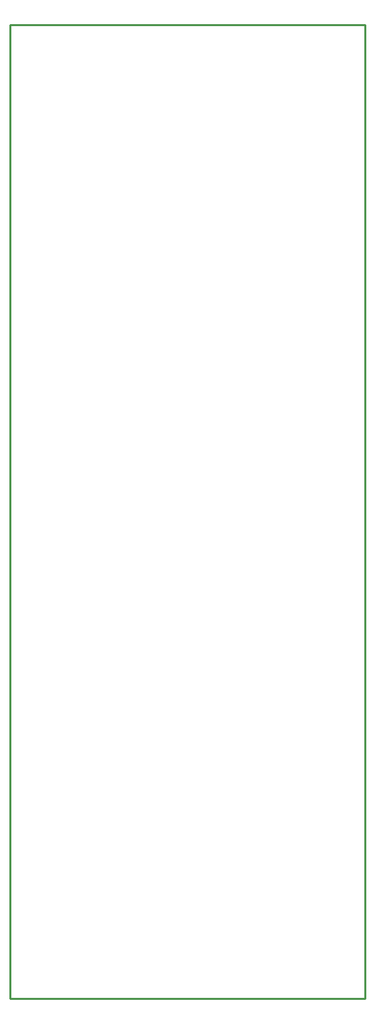
<source format=gm1>
G04 Layer_Color=16711935*
%FSLAX44Y44*%
%MOMM*%
G71*
G01*
G75*
%ADD17C,0.2540*%
D17*
X-7500Y1224000D02*
X217500D01*
X-120000Y-6000D02*
Y1224000D01*
Y-6000D02*
X330000D01*
Y1224000D01*
X-120000D02*
X-7500D01*
X217500D02*
X330000D01*
M02*

</source>
